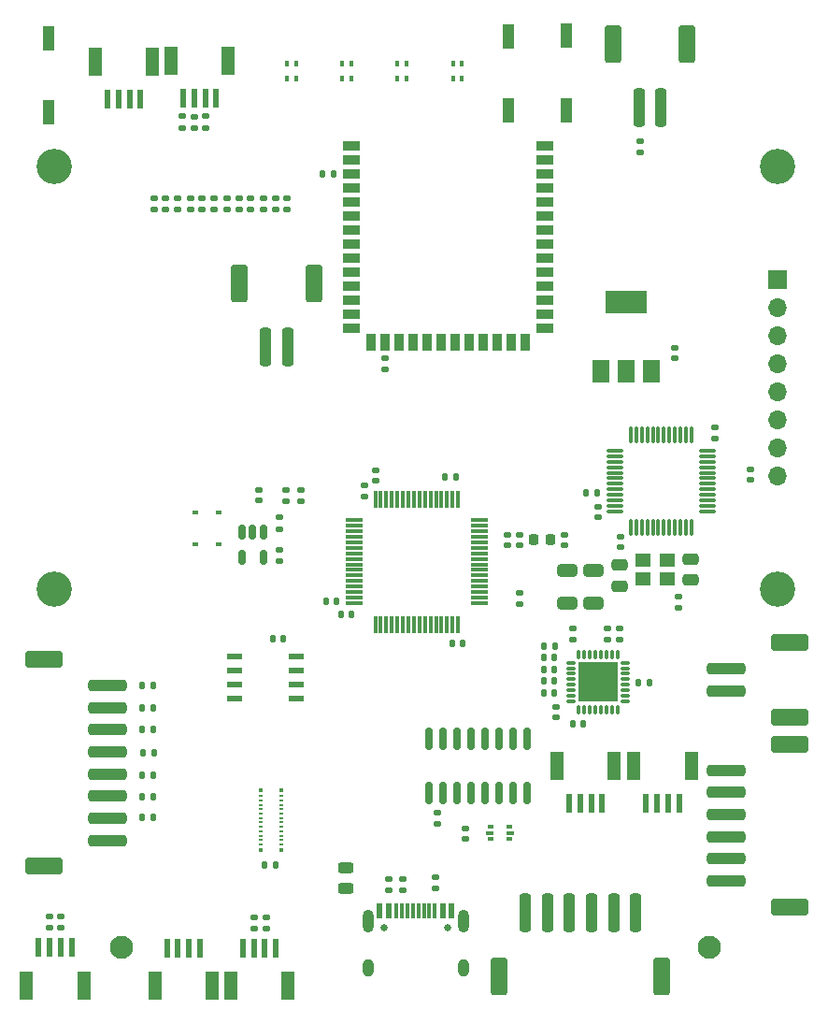
<source format=gts>
G04 #@! TF.GenerationSoftware,KiCad,Pcbnew,(7.0.0-0)*
G04 #@! TF.CreationDate,2023-05-01T18:06:05-06:00*
G04 #@! TF.ProjectId,HactarEV6b,48616374-6172-4455-9636-622e6b696361,rev?*
G04 #@! TF.SameCoordinates,Original*
G04 #@! TF.FileFunction,Soldermask,Top*
G04 #@! TF.FilePolarity,Negative*
%FSLAX46Y46*%
G04 Gerber Fmt 4.6, Leading zero omitted, Abs format (unit mm)*
G04 Created by KiCad (PCBNEW (7.0.0-0)) date 2023-05-01 18:06:05*
%MOMM*%
%LPD*%
G01*
G04 APERTURE LIST*
G04 Aperture macros list*
%AMRoundRect*
0 Rectangle with rounded corners*
0 $1 Rounding radius*
0 $2 $3 $4 $5 $6 $7 $8 $9 X,Y pos of 4 corners*
0 Add a 4 corners polygon primitive as box body*
4,1,4,$2,$3,$4,$5,$6,$7,$8,$9,$2,$3,0*
0 Add four circle primitives for the rounded corners*
1,1,$1+$1,$2,$3*
1,1,$1+$1,$4,$5*
1,1,$1+$1,$6,$7*
1,1,$1+$1,$8,$9*
0 Add four rect primitives between the rounded corners*
20,1,$1+$1,$2,$3,$4,$5,0*
20,1,$1+$1,$4,$5,$6,$7,0*
20,1,$1+$1,$6,$7,$8,$9,0*
20,1,$1+$1,$8,$9,$2,$3,0*%
G04 Aperture macros list end*
%ADD10C,3.200000*%
%ADD11RoundRect,0.135000X-0.135000X-0.185000X0.135000X-0.185000X0.135000X0.185000X-0.135000X0.185000X0*%
%ADD12RoundRect,0.140000X0.140000X0.170000X-0.140000X0.170000X-0.140000X-0.170000X0.140000X-0.170000X0*%
%ADD13R,1.422400X0.533400*%
%ADD14RoundRect,0.140000X-0.140000X-0.170000X0.140000X-0.170000X0.140000X0.170000X-0.140000X0.170000X0*%
%ADD15R,0.600000X0.450000*%
%ADD16RoundRect,0.075000X0.075000X-0.662500X0.075000X0.662500X-0.075000X0.662500X-0.075000X-0.662500X0*%
%ADD17RoundRect,0.075000X0.662500X-0.075000X0.662500X0.075000X-0.662500X0.075000X-0.662500X-0.075000X0*%
%ADD18RoundRect,0.140000X0.170000X-0.140000X0.170000X0.140000X-0.170000X0.140000X-0.170000X-0.140000X0*%
%ADD19RoundRect,0.250000X-0.475000X0.250000X-0.475000X-0.250000X0.475000X-0.250000X0.475000X0.250000X0*%
%ADD20RoundRect,0.135000X-0.185000X0.135000X-0.185000X-0.135000X0.185000X-0.135000X0.185000X0.135000X0*%
%ADD21RoundRect,0.140000X-0.170000X0.140000X-0.170000X-0.140000X0.170000X-0.140000X0.170000X0.140000X0*%
%ADD22RoundRect,0.250000X1.500000X-0.250000X1.500000X0.250000X-1.500000X0.250000X-1.500000X-0.250000X0*%
%ADD23RoundRect,0.250001X1.449999X-0.499999X1.449999X0.499999X-1.449999X0.499999X-1.449999X-0.499999X0*%
%ADD24R,0.400000X0.410000*%
%ADD25R,0.400000X0.200000*%
%ADD26RoundRect,0.075000X0.700000X0.075000X-0.700000X0.075000X-0.700000X-0.075000X0.700000X-0.075000X0*%
%ADD27RoundRect,0.075000X0.075000X0.700000X-0.075000X0.700000X-0.075000X-0.700000X0.075000X-0.700000X0*%
%ADD28RoundRect,0.135000X0.185000X-0.135000X0.185000X0.135000X-0.185000X0.135000X-0.185000X-0.135000X0*%
%ADD29R,0.500000X1.700000*%
%ADD30R,1.200000X2.500000*%
%ADD31RoundRect,0.218750X-0.218750X-0.256250X0.218750X-0.256250X0.218750X0.256250X-0.218750X0.256250X0*%
%ADD32RoundRect,0.135000X0.135000X0.185000X-0.135000X0.185000X-0.135000X-0.185000X0.135000X-0.185000X0*%
%ADD33C,2.100000*%
%ADD34R,1.700000X1.700000*%
%ADD35O,1.700000X1.700000*%
%ADD36RoundRect,0.250000X0.650000X-0.325000X0.650000X0.325000X-0.650000X0.325000X-0.650000X-0.325000X0*%
%ADD37RoundRect,0.243750X0.456250X-0.243750X0.456250X0.243750X-0.456250X0.243750X-0.456250X-0.243750X0*%
%ADD38RoundRect,0.250000X0.250000X1.500000X-0.250000X1.500000X-0.250000X-1.500000X0.250000X-1.500000X0*%
%ADD39RoundRect,0.250001X0.499999X1.449999X-0.499999X1.449999X-0.499999X-1.449999X0.499999X-1.449999X0*%
%ADD40R,1.120000X2.160000*%
%ADD41RoundRect,0.007500X-0.372500X-0.117500X0.372500X-0.117500X0.372500X0.117500X-0.372500X0.117500X0*%
%ADD42RoundRect,0.007500X0.117500X-0.372500X0.117500X0.372500X-0.117500X0.372500X-0.117500X-0.372500X0*%
%ADD43R,3.650000X3.650000*%
%ADD44RoundRect,0.250000X0.475000X-0.250000X0.475000X0.250000X-0.475000X0.250000X-0.475000X-0.250000X0*%
%ADD45R,0.400000X0.600000*%
%ADD46RoundRect,0.150000X0.150000X-0.825000X0.150000X0.825000X-0.150000X0.825000X-0.150000X-0.825000X0*%
%ADD47R,1.500000X2.000000*%
%ADD48R,3.800000X2.000000*%
%ADD49R,1.500000X0.900000*%
%ADD50R,0.900000X1.500000*%
%ADD51RoundRect,0.250000X-0.250000X-1.500000X0.250000X-1.500000X0.250000X1.500000X-0.250000X1.500000X0*%
%ADD52RoundRect,0.250001X-0.499999X-1.449999X0.499999X-1.449999X0.499999X1.449999X-0.499999X1.449999X0*%
%ADD53RoundRect,0.250000X-1.500000X0.250000X-1.500000X-0.250000X1.500000X-0.250000X1.500000X0.250000X0*%
%ADD54RoundRect,0.250001X-1.449999X0.499999X-1.449999X-0.499999X1.449999X-0.499999X1.449999X0.499999X0*%
%ADD55C,0.650000*%
%ADD56R,0.600000X1.450000*%
%ADD57R,0.300000X1.450000*%
%ADD58O,1.000000X2.100000*%
%ADD59O,1.000000X1.600000*%
%ADD60R,0.500000X0.375000*%
%ADD61R,0.650000X0.300000*%
%ADD62RoundRect,0.150000X-0.150000X0.512500X-0.150000X-0.512500X0.150000X-0.512500X0.150000X0.512500X0*%
%ADD63R,1.400000X1.200000*%
G04 APERTURE END LIST*
D10*
X117587500Y-107925000D03*
D11*
X125577500Y-122725000D03*
X126597500Y-122725000D03*
D12*
X144467500Y-110225000D03*
X143507500Y-110225000D03*
D13*
X133893499Y-113969999D03*
X133893499Y-115239999D03*
X133893499Y-116509999D03*
X133893499Y-117779999D03*
X139481499Y-117779999D03*
X139481499Y-116509999D03*
X139481499Y-115239999D03*
X139481499Y-113969999D03*
D14*
X142157500Y-109025000D03*
X143117500Y-109025000D03*
D15*
X130337499Y-100934999D03*
X132437499Y-100934999D03*
D10*
X117587500Y-69625000D03*
D16*
X169787500Y-102287500D03*
X170287500Y-102287500D03*
X170787500Y-102287500D03*
X171287500Y-102287500D03*
X171787500Y-102287500D03*
X172287500Y-102287500D03*
X172787500Y-102287500D03*
X173287500Y-102287500D03*
X173787500Y-102287500D03*
X174287500Y-102287500D03*
X174787500Y-102287500D03*
X175287500Y-102287500D03*
D17*
X176700000Y-100875000D03*
X176700000Y-100375000D03*
X176700000Y-99875000D03*
X176700000Y-99375000D03*
X176700000Y-98875000D03*
X176700000Y-98375000D03*
X176700000Y-97875000D03*
X176700000Y-97375000D03*
X176700000Y-96875000D03*
X176700000Y-96375000D03*
X176700000Y-95875000D03*
X176700000Y-95375000D03*
D16*
X175287500Y-93962500D03*
X174787500Y-93962500D03*
X174287500Y-93962500D03*
X173787500Y-93962500D03*
X173287500Y-93962500D03*
X172787500Y-93962500D03*
X172287500Y-93962500D03*
X171787500Y-93962500D03*
X171287500Y-93962500D03*
X170787500Y-93962500D03*
X170287500Y-93962500D03*
X169787500Y-93962500D03*
D17*
X168375000Y-95375000D03*
X168375000Y-95875000D03*
X168375000Y-96375000D03*
X168375000Y-96875000D03*
X168375000Y-97375000D03*
X168375000Y-97875000D03*
X168375000Y-98375000D03*
X168375000Y-98875000D03*
X168375000Y-99375000D03*
X168375000Y-99875000D03*
X168375000Y-100375000D03*
X168375000Y-100875000D03*
D12*
X138287500Y-112435000D03*
X137327500Y-112435000D03*
D18*
X145637500Y-99505000D03*
X145637500Y-98545000D03*
D19*
X168737500Y-105725000D03*
X168737500Y-107625000D03*
D18*
X168737500Y-112455000D03*
X168737500Y-111495000D03*
D20*
X149137500Y-134165000D03*
X149137500Y-135185000D03*
D21*
X173777500Y-86055000D03*
X173777500Y-87015000D03*
D18*
X136087500Y-99885000D03*
X136087500Y-98925000D03*
D20*
X138587500Y-98925000D03*
X138587500Y-99945000D03*
D22*
X178437500Y-134325000D03*
X178437500Y-132325000D03*
X178437500Y-130325000D03*
X178437500Y-128325000D03*
X178437500Y-126325000D03*
X178437500Y-124325000D03*
D23*
X184187500Y-136675000D03*
X184187500Y-121975000D03*
D24*
X136227499Y-131539999D03*
D25*
X136227499Y-131034999D03*
X136227499Y-130634999D03*
X136227499Y-130232923D03*
X136227499Y-129834999D03*
X136227499Y-129434999D03*
X136227499Y-129034999D03*
X136227499Y-128634999D03*
X136227499Y-128234999D03*
X136227499Y-127834999D03*
X136227499Y-127434999D03*
X136227499Y-127034999D03*
X136227499Y-126634999D03*
D24*
X136227499Y-126129999D03*
X138107499Y-126129999D03*
D25*
X138107499Y-126634999D03*
X138107499Y-127034999D03*
X138107499Y-127434999D03*
X138107499Y-127834999D03*
X138107499Y-128234999D03*
X138107499Y-128634999D03*
X138107499Y-129034999D03*
X138107499Y-129434999D03*
X138107499Y-129834999D03*
X138107499Y-130232923D03*
X138107499Y-130634999D03*
X138107499Y-131034999D03*
D24*
X138107499Y-131539999D03*
D26*
X156062500Y-109175000D03*
X156062500Y-108675000D03*
X156062500Y-108175000D03*
X156062500Y-107675000D03*
X156062500Y-107175000D03*
X156062500Y-106675000D03*
X156062500Y-106175000D03*
X156062500Y-105675000D03*
X156062500Y-105175000D03*
X156062500Y-104675000D03*
X156062500Y-104175000D03*
X156062500Y-103675000D03*
X156062500Y-103175000D03*
X156062500Y-102675000D03*
X156062500Y-102175000D03*
X156062500Y-101675000D03*
D27*
X154137500Y-99750000D03*
X153637500Y-99750000D03*
X153137500Y-99750000D03*
X152637500Y-99750000D03*
X152137500Y-99750000D03*
X151637500Y-99750000D03*
X151137500Y-99750000D03*
X150637500Y-99750000D03*
X150137500Y-99750000D03*
X149637500Y-99750000D03*
X149137500Y-99750000D03*
X148637500Y-99750000D03*
X148137500Y-99750000D03*
X147637500Y-99750000D03*
X147137500Y-99750000D03*
X146637500Y-99750000D03*
D26*
X144712500Y-101675000D03*
X144712500Y-102175000D03*
X144712500Y-102675000D03*
X144712500Y-103175000D03*
X144712500Y-103675000D03*
X144712500Y-104175000D03*
X144712500Y-104675000D03*
X144712500Y-105175000D03*
X144712500Y-105675000D03*
X144712500Y-106175000D03*
X144712500Y-106675000D03*
X144712500Y-107175000D03*
X144712500Y-107675000D03*
X144712500Y-108175000D03*
X144712500Y-108675000D03*
X144712500Y-109175000D03*
D27*
X146637500Y-111100000D03*
X147137500Y-111100000D03*
X147637500Y-111100000D03*
X148137500Y-111100000D03*
X148637500Y-111100000D03*
X149137500Y-111100000D03*
X149637500Y-111100000D03*
X150137500Y-111100000D03*
X150637500Y-111100000D03*
X151137500Y-111100000D03*
X151637500Y-111100000D03*
X152137500Y-111100000D03*
X152637500Y-111100000D03*
X153137500Y-111100000D03*
X153637500Y-111100000D03*
X154137500Y-111100000D03*
D28*
X159677500Y-109235000D03*
X159677500Y-108215000D03*
D18*
X163037500Y-119505000D03*
X163037500Y-118545000D03*
D29*
X125367499Y-63524999D03*
X124367499Y-63524999D03*
X123367499Y-63524999D03*
X122367499Y-63524999D03*
D30*
X126467499Y-60124999D03*
X121267499Y-60124999D03*
D31*
X160950000Y-103425000D03*
X162525000Y-103425000D03*
D28*
X137587500Y-73535000D03*
X137587500Y-72515000D03*
D20*
X128687500Y-72515000D03*
X128687500Y-73535000D03*
D18*
X180587500Y-98005000D03*
X180587500Y-97045000D03*
D11*
X125477500Y-124725000D03*
X126497500Y-124725000D03*
D32*
X142907500Y-70325000D03*
X141887500Y-70325000D03*
D33*
X176937500Y-140345000D03*
D20*
X139937500Y-98915000D03*
X139937500Y-99935000D03*
X118107500Y-137515000D03*
X118107500Y-138535000D03*
D18*
X154787500Y-130555000D03*
X154787500Y-129595000D03*
D34*
X183087499Y-79884999D03*
D35*
X183087499Y-82424999D03*
X183087499Y-84964999D03*
X183087499Y-87504999D03*
X183087499Y-90044999D03*
X183087499Y-92584999D03*
X183087499Y-95124999D03*
X183087499Y-97664999D03*
D21*
X158587500Y-102995000D03*
X158587500Y-103955000D03*
D20*
X133237500Y-72515000D03*
X133237500Y-73535000D03*
X134287500Y-72515000D03*
X134287500Y-73535000D03*
D21*
X146687500Y-97145000D03*
X146687500Y-98105000D03*
D20*
X135337500Y-72515000D03*
X135337500Y-73535000D03*
D29*
X132237499Y-63504999D03*
X131237499Y-63504999D03*
X130237499Y-63504999D03*
X129237499Y-63504999D03*
D30*
X133337499Y-60104999D03*
X128137499Y-60104999D03*
D28*
X138637500Y-73535000D03*
X138637500Y-72515000D03*
D22*
X178437500Y-117125000D03*
X178437500Y-115125000D03*
D23*
X184187500Y-119475000D03*
X184187500Y-112775000D03*
D20*
X129147500Y-65115000D03*
X129147500Y-66135000D03*
D36*
X166437500Y-109180000D03*
X166437500Y-106230000D03*
D14*
X161907500Y-117275000D03*
X162867500Y-117275000D03*
D21*
X163787500Y-102995000D03*
X163787500Y-103955000D03*
D28*
X130937500Y-73535000D03*
X130937500Y-72515000D03*
D11*
X165727500Y-99205000D03*
X166747500Y-99205000D03*
D10*
X183087500Y-107925000D03*
D28*
X174137500Y-109575000D03*
X174137500Y-108555000D03*
D12*
X154567500Y-112825000D03*
X153607500Y-112825000D03*
D29*
X174167499Y-127314999D03*
X173167499Y-127314999D03*
X172167499Y-127314999D03*
X171167499Y-127314999D03*
D30*
X175267499Y-123914999D03*
X170067499Y-123914999D03*
D20*
X137937500Y-104365000D03*
X137937500Y-105385000D03*
D28*
X136537500Y-73535000D03*
X136537500Y-72515000D03*
D20*
X152087500Y-134015000D03*
X152087500Y-135035000D03*
D18*
X177437500Y-94255000D03*
X177437500Y-93295000D03*
X147887500Y-135155000D03*
X147887500Y-134195000D03*
D28*
X147487500Y-88035000D03*
X147487500Y-87015000D03*
D15*
X130337499Y-103864999D03*
X132437499Y-103864999D03*
D20*
X135627500Y-137625000D03*
X135627500Y-138645000D03*
D37*
X143997500Y-135002500D03*
X143997500Y-133127500D03*
D38*
X172537500Y-64275000D03*
X170537500Y-64275000D03*
D39*
X174887500Y-58525000D03*
X168187500Y-58525000D03*
D14*
X164507500Y-120075000D03*
X165467500Y-120075000D03*
D40*
X158687499Y-64589999D03*
X158687499Y-57859999D03*
D20*
X126637500Y-72515000D03*
X126637500Y-73535000D03*
D41*
X164365000Y-114575000D03*
X164365000Y-115075000D03*
X164365000Y-115575000D03*
X164365000Y-116075000D03*
X164365000Y-116575000D03*
X164365000Y-117075000D03*
X164365000Y-117575000D03*
X164365000Y-118075000D03*
D42*
X165090000Y-118800000D03*
X165590000Y-118800000D03*
X166090000Y-118800000D03*
X166590000Y-118800000D03*
X167090000Y-118800000D03*
X167590000Y-118800000D03*
X168090000Y-118800000D03*
X168590000Y-118800000D03*
D41*
X169315000Y-118075000D03*
X169315000Y-117575000D03*
X169315000Y-117075000D03*
X169315000Y-116575000D03*
X169315000Y-116075000D03*
X169315000Y-115575000D03*
X169315000Y-115075000D03*
X169315000Y-114575000D03*
D42*
X168590000Y-113850000D03*
X168090000Y-113850000D03*
X167590000Y-113850000D03*
X167090000Y-113850000D03*
X166590000Y-113850000D03*
X166090000Y-113850000D03*
X165590000Y-113850000D03*
X165090000Y-113850000D03*
D43*
X166839999Y-116324999D03*
D44*
X175187500Y-107075000D03*
X175187500Y-105175000D03*
D32*
X162897500Y-113075000D03*
X161877500Y-113075000D03*
D20*
X127662500Y-72515000D03*
X127662500Y-73535000D03*
D36*
X164007500Y-109180000D03*
X164007500Y-106230000D03*
D11*
X125477500Y-116675000D03*
X126497500Y-116675000D03*
D45*
X153662499Y-61694999D03*
X153662499Y-60294999D03*
X154462499Y-60294999D03*
X154462499Y-61694999D03*
D20*
X137987500Y-101435000D03*
X137987500Y-102455000D03*
X130217500Y-65125000D03*
X130217500Y-66145000D03*
D40*
X117067499Y-64739999D03*
X117067499Y-58009999D03*
D46*
X151492500Y-126370000D03*
X152762500Y-126370000D03*
X154032500Y-126370000D03*
X155302500Y-126370000D03*
X156572500Y-126370000D03*
X157842500Y-126370000D03*
X159112500Y-126370000D03*
X160382500Y-126370000D03*
X160382500Y-121420000D03*
X159112500Y-121420000D03*
X157842500Y-121420000D03*
X156572500Y-121420000D03*
X155302500Y-121420000D03*
X154032500Y-121420000D03*
X152762500Y-121420000D03*
X151492500Y-121420000D03*
D28*
X131987500Y-73535000D03*
X131987500Y-72515000D03*
D29*
X134637499Y-140394999D03*
X135637499Y-140394999D03*
X136637499Y-140394999D03*
X137637499Y-140394999D03*
D30*
X133537499Y-143794999D03*
X138737499Y-143794999D03*
D32*
X137627500Y-132905000D03*
X136607500Y-132905000D03*
D40*
X163937499Y-64539999D03*
X163937499Y-57809999D03*
D11*
X125477500Y-120625000D03*
X126497500Y-120625000D03*
D14*
X161907500Y-116225000D03*
X162867500Y-116225000D03*
X170497500Y-116405000D03*
X171457500Y-116405000D03*
D29*
X127757499Y-140424999D03*
X128757499Y-140424999D03*
X129757499Y-140424999D03*
X130757499Y-140424999D03*
D30*
X126657499Y-143824999D03*
X131857499Y-143824999D03*
D47*
X167087499Y-88184999D03*
X169387499Y-88184999D03*
D48*
X169387499Y-81884999D03*
D47*
X171687499Y-88184999D03*
D45*
X138662499Y-61694999D03*
X138662499Y-60294999D03*
X139462499Y-60294999D03*
X139462499Y-61694999D03*
D49*
X144487499Y-67789999D03*
X144487499Y-69059999D03*
X144487499Y-70329999D03*
X144487499Y-71599999D03*
X144487499Y-72869999D03*
X144487499Y-74139999D03*
X144487499Y-75409999D03*
X144487499Y-76679999D03*
X144487499Y-77949999D03*
X144487499Y-79219999D03*
X144487499Y-80489999D03*
X144487499Y-81759999D03*
X144487499Y-83029999D03*
X144487499Y-84299999D03*
D50*
X146252499Y-85549999D03*
X147522499Y-85549999D03*
X148792499Y-85549999D03*
X150062499Y-85549999D03*
X151332499Y-85549999D03*
X152602499Y-85549999D03*
X153872499Y-85549999D03*
X155142499Y-85549999D03*
X156412499Y-85549999D03*
X157682499Y-85549999D03*
X158952499Y-85549999D03*
X160222499Y-85549999D03*
D49*
X161987499Y-84299999D03*
X161987499Y-83029999D03*
X161987499Y-81759999D03*
X161987499Y-80489999D03*
X161987499Y-79219999D03*
X161987499Y-77949999D03*
X161987499Y-76679999D03*
X161987499Y-75409999D03*
X161987499Y-74139999D03*
X161987499Y-72869999D03*
X161987499Y-71599999D03*
X161987499Y-70329999D03*
X161987499Y-69059999D03*
X161987499Y-67789999D03*
D14*
X161907500Y-115175000D03*
X162867500Y-115175000D03*
D21*
X164537500Y-111495000D03*
X164537500Y-112455000D03*
D51*
X160237500Y-137175000D03*
X162237500Y-137175000D03*
X164237500Y-137175000D03*
X166237500Y-137175000D03*
X168237500Y-137175000D03*
X170237500Y-137175000D03*
D52*
X157887500Y-142925000D03*
X172587500Y-142925000D03*
D18*
X152297500Y-129135000D03*
X152297500Y-128175000D03*
D53*
X122407500Y-116655000D03*
X122407500Y-118655000D03*
X122407500Y-120655000D03*
X122407500Y-122655000D03*
X122407500Y-124655000D03*
X122407500Y-126655000D03*
X122407500Y-128655000D03*
X122407500Y-130655000D03*
D54*
X116657500Y-114305000D03*
X116657500Y-133005000D03*
D21*
X167687500Y-111495000D03*
X167687500Y-112455000D03*
D29*
X167207499Y-127284999D03*
X166207499Y-127284999D03*
X165207499Y-127284999D03*
X164207499Y-127284999D03*
D30*
X168307499Y-123884999D03*
X163107499Y-123884999D03*
D10*
X183087500Y-69625000D03*
D21*
X159687500Y-102995000D03*
X159687500Y-103955000D03*
X168847500Y-103185000D03*
X168847500Y-104145000D03*
D38*
X138697500Y-85955000D03*
X136697500Y-85955000D03*
D39*
X141047500Y-80205000D03*
X134347500Y-80205000D03*
D33*
X123637500Y-140345000D03*
D55*
X147397500Y-138525000D03*
X153177500Y-138525000D03*
D56*
X147037499Y-137079999D03*
X147837499Y-137079999D03*
D57*
X149037499Y-137079999D03*
X150037499Y-137079999D03*
X150537499Y-137079999D03*
X151537499Y-137079999D03*
D56*
X152737499Y-137079999D03*
X153537499Y-137079999D03*
X153537499Y-137079999D03*
X152737499Y-137079999D03*
D57*
X152037499Y-137079999D03*
X151037499Y-137079999D03*
X149537499Y-137079999D03*
X148537499Y-137079999D03*
D56*
X147837499Y-137079999D03*
X147037499Y-137079999D03*
D58*
X145967499Y-137994999D03*
D59*
X145967499Y-142174999D03*
D58*
X154607499Y-137994999D03*
D59*
X154607499Y-142174999D03*
D45*
X143662499Y-61694999D03*
X143662499Y-60294999D03*
X144462499Y-60294999D03*
X144462499Y-61694999D03*
D11*
X125477500Y-128575000D03*
X126497500Y-128575000D03*
X125477500Y-118625000D03*
X126497500Y-118625000D03*
D14*
X152957500Y-97775000D03*
X153917500Y-97775000D03*
D45*
X148662499Y-61694999D03*
X148662499Y-60294999D03*
X149462499Y-60294999D03*
X149462499Y-61694999D03*
D60*
X157087499Y-129437499D03*
D61*
X157012499Y-129974999D03*
D60*
X157087499Y-130512499D03*
X158787499Y-130512499D03*
D61*
X158862499Y-129974999D03*
D60*
X158787499Y-129437499D03*
D20*
X131307500Y-65115000D03*
X131307500Y-66135000D03*
X170597500Y-67385000D03*
X170597500Y-68405000D03*
D11*
X125477500Y-126675000D03*
X126497500Y-126675000D03*
D29*
X116127499Y-140374999D03*
X117127499Y-140374999D03*
X118127499Y-140374999D03*
X119127499Y-140374999D03*
D30*
X115027499Y-143774999D03*
X120227499Y-143774999D03*
D20*
X117097500Y-137525000D03*
X117097500Y-138545000D03*
D62*
X136487500Y-102737500D03*
X135537500Y-102737500D03*
X134587500Y-102737500D03*
X134587500Y-105012500D03*
X136487500Y-105012500D03*
D12*
X162867500Y-114125000D03*
X161907500Y-114125000D03*
D20*
X136737500Y-137665000D03*
X136737500Y-138685000D03*
D18*
X166837500Y-101405000D03*
X166837500Y-100445000D03*
D28*
X129887500Y-73535000D03*
X129887500Y-72515000D03*
D63*
X170887499Y-106974999D03*
X173087499Y-106974999D03*
X173087499Y-105274999D03*
X170887499Y-105274999D03*
M02*

</source>
